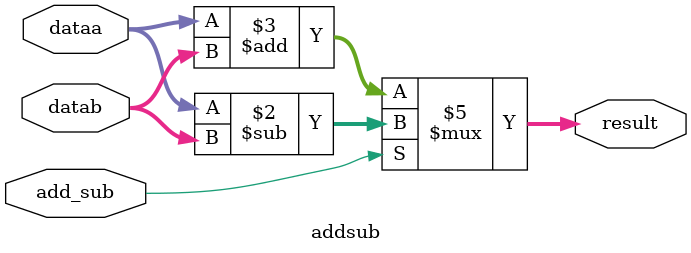
<source format=v>
module addsub( dataa, datab, add_sub, result);

	input [7:0] dataa;
	input [7:0] datab;
	input add_sub;	  // if this is 1, add; else subtract
	output reg [7:0] result;

	always @*
	begin
		if (add_sub)
			result = dataa - datab;
		else
			result = dataa + datab;
	end

endmodule

</source>
